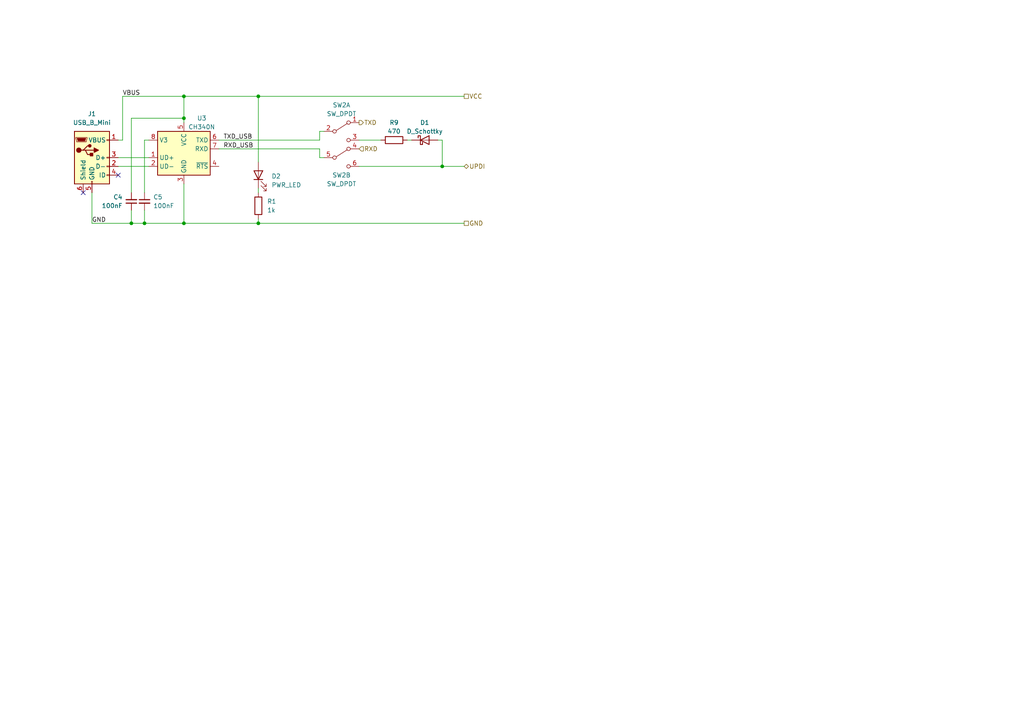
<source format=kicad_sch>
(kicad_sch (version 20211123) (generator eeschema)
  (paper "A4")
  (lib_symbols
    (symbol "Connector:USB_B_Mini" (pin_names (offset 1.016))
      (property "Reference" "J" (at -5.08 11.43 0))
      (property "Value" "USB_B_Mini" (at -5.08 8.89 0))
      (symbol "USB_B_Mini_0_1"
        (rectangle (start -5.08 -7.62) (end 5.08 7.62) (stroke (width 0.254)) (fill (type background)))
        (circle (center -3.81 2.159) (radius 0.635) (stroke (width 0.254)) (fill (type outline)))
        (circle (center -0.635 3.429) (radius 0.381) (stroke (width 0.254)) (fill (type outline)))
        (rectangle (start -0.127 -7.62) (end 0.127 -6.858))
        (polyline (pts (xy -1.905 2.159) (xy 0.635 2.159)) (stroke (width 0.254)))
        (polyline (pts (xy -3.175 2.159) (xy -2.54 2.159) (xy -1.27 3.429) (xy -0.635 3.429)) (stroke (width 0.254)))
        (polyline (pts (xy -2.54 2.159) (xy -1.905 2.159) (xy -1.27 0.889) (xy 0 0.889)) (stroke (width 0.254)))
        (polyline (pts (xy 0.635 2.794) (xy 0.635 1.524) (xy 1.905 2.159) (xy 0.635 2.794)) (stroke (width 0.254)) (fill (type outline)))
        (polyline (pts (xy -4.318 5.588) (xy -1.778 5.588) (xy -2.032 4.826) (xy -4.064 4.826) (xy -4.318 5.588)) (fill (type outline)))
        (polyline (pts (xy -4.699 5.842) (xy -4.699 5.588) (xy -4.445 4.826) (xy -4.445 4.572) (xy -1.651 4.572) (xy -1.651 4.826) (xy -1.397 5.588) (xy -1.397 5.842) (xy -4.699 5.842)))
        (rectangle (start 0.254 1.27) (end -0.508 0.508) (stroke (width 0.254)) (fill (type outline)))
        (rectangle (start 5.08 -5.207) (end 4.318 -4.953))
        (rectangle (start 5.08 -2.667) (end 4.318 -2.413))
        (rectangle (start 5.08 -0.127) (end 4.318 0.127))
        (rectangle (start 5.08 4.953) (end 4.318 5.207))
      )
      (symbol "USB_B_Mini_1_1"
        (pin power_out line (at 7.62 5.08 180) (length 2.54) (name "VBUS") (number "1"))
        (pin bidirectional line (at 7.62 -2.54 180) (length 2.54) (name "D-") (number "2"))
        (pin bidirectional line (at 7.62 0 180) (length 2.54) (name "D+") (number "3"))
        (pin passive line (at 7.62 -5.08 180) (length 2.54) (name "ID") (number "4"))
        (pin power_out line (at 0 -10.16 90) (length 2.54) (name "GND") (number "5"))
        (pin passive line (at -2.54 -10.16 90) (length 2.54) (name "Shield") (number "6"))
      )
    )
    (symbol "Device:C_Small" (pin_numbers hide) (pin_names (offset 0.254) hide)
      (property "Reference" "C" (at 0.254 1.778 0))
      (property "Value" "C_Small" (at 0.254 -2.032 0))
      (symbol "C_Small_0_1"
        (polyline (pts (xy -1.524 -0.508) (xy 1.524 -0.508)) (stroke (width 0.3302)))
        (polyline (pts (xy -1.524 0.508) (xy 1.524 0.508)) (stroke (width 0.3048)))
      )
      (symbol "C_Small_1_1"
        (pin passive line (at 0 2.54 270) (length 2.032) (name "~") (number "1"))
        (pin passive line (at 0 -2.54 90) (length 2.032) (name "~") (number "2"))
      )
    )
    (symbol "Device:D_Schottky" (pin_numbers hide) (pin_names (offset 1.016) hide)
      (property "Reference" "D" (at 0 2.54 0))
      (property "Value" "D_Schottky" (at 0 -2.54 0))
      (symbol "D_Schottky_0_1"
        (polyline (pts (xy 1.27 0) (xy -1.27 0)))
        (polyline (pts (xy 1.27 1.27) (xy 1.27 -1.27) (xy -1.27 0) (xy 1.27 1.27)) (stroke (width 0.254)))
        (polyline (pts (xy -1.905 0.635) (xy -1.905 1.27) (xy -1.27 1.27) (xy -1.27 -1.27) (xy -0.635 -1.27) (xy -0.635 -0.635)) (stroke (width 0.254)))
      )
      (symbol "D_Schottky_1_1"
        (pin passive line (at -3.81 0 0) (length 2.54) (name "K") (number "1"))
        (pin passive line (at 3.81 0 180) (length 2.54) (name "A") (number "2"))
      )
    )
    (symbol "Device:LED" (pin_numbers hide) (pin_names (offset 1.016) hide)
      (property "Reference" "D" (at 0 2.54 0))
      (property "Value" "LED" (at 0 -2.54 0))
      (symbol "LED_0_1"
        (polyline (pts (xy -1.27 -1.27) (xy -1.27 1.27)) (stroke (width 0.254)))
        (polyline (pts (xy -1.27 0) (xy 1.27 0)))
        (polyline (pts (xy 1.27 -1.27) (xy 1.27 1.27) (xy -1.27 0) (xy 1.27 -1.27)) (stroke (width 0.254)))
        (polyline (pts (xy -3.048 -0.762) (xy -4.572 -2.286) (xy -3.81 -2.286) (xy -4.572 -2.286) (xy -4.572 -1.524)))
        (polyline (pts (xy -1.778 -0.762) (xy -3.302 -2.286) (xy -2.54 -2.286) (xy -3.302 -2.286) (xy -3.302 -1.524)))
      )
      (symbol "LED_1_1"
        (pin passive line (at -3.81 0 0) (length 2.54) (name "K") (number "1"))
        (pin passive line (at 3.81 0 180) (length 2.54) (name "A") (number "2"))
      )
    )
    (symbol "Device:R" (pin_numbers hide) (pin_names (offset 0))
      (property "Reference" "R" (at 2.032 0 90))
      (property "Value" "R" (at 0 0 90))
      (symbol "R_0_1"
        (rectangle (start -1.016 -2.54) (end 1.016 2.54) (stroke (width 0.254)))
      )
      (symbol "R_1_1"
        (pin passive line (at 0 3.81 270) (length 1.27) (name "~") (number "1"))
        (pin passive line (at 0 -3.81 90) (length 1.27) (name "~") (number "2"))
      )
    )
    (symbol "Interface_USB:CH330N"
      (property "Reference" "U" (at -7.62 6.35 0))
      (property "Value" "CH330N" (at 7.62 6.35 0))
      (symbol "CH330N_0_1"
        (rectangle (start -7.62 5.08) (end 7.62 -7.62) (stroke (width 0.254)) (fill (type background)))
      )
      (symbol "CH330N_1_1"
        (pin bidirectional line (at -10.16 -2.54 0) (length 2.54) (name "UD+") (number "1"))
        (pin bidirectional line (at -10.16 -5.08 0) (length 2.54) (name "UD-") (number "2"))
        (pin power_in line (at 0 -10.16 90) (length 2.54) (name "GND") (number "3"))
        (pin output line (at 10.16 -5.08 180) (length 2.54) (name "~{RTS}") (number "4"))
        (pin power_in line (at 0 7.62 270) (length 2.54) (name "VCC") (number "5"))
        (pin output line (at 10.16 2.54 180) (length 2.54) (name "TXD") (number "6"))
        (pin input line (at 10.16 0 180) (length 2.54) (name "RXD") (number "7"))
        (pin passive line (at -10.16 2.54 0) (length 2.54) (name "V3") (number "8"))
      )
    )
    (symbol "Switch:SW_DPDT_x2" (pin_names (offset 0) hide)
      (property "Reference" "SW" (at 0 4.318 0))
      (property "Value" "SW_DPDT_x2" (at 0 -5.08 0))
      (symbol "SW_DPDT_x2_0_0"
        (circle (center -2.032 0) (radius 0.508))
        (circle (center 2.032 -2.54) (radius 0.508))
      )
      (symbol "SW_DPDT_x2_0_1"
        (polyline (pts (xy -1.524 0.254) (xy 1.651 2.286)))
        (circle (center 2.032 2.54) (radius 0.508))
      )
      (symbol "SW_DPDT_x2_1_1"
        (pin passive line (at 5.08 2.54 180) (length 2.54) (name "A") (number "1"))
        (pin passive line (at -5.08 0 0) (length 2.54) (name "B") (number "2"))
        (pin passive line (at 5.08 -2.54 180) (length 2.54) (name "C") (number "3"))
      )
      (symbol "SW_DPDT_x2_2_1"
        (pin passive line (at 5.08 2.54 180) (length 2.54) (name "A") (number "4"))
        (pin passive line (at -5.08 0 0) (length 2.54) (name "B") (number "5"))
        (pin passive line (at 5.08 -2.54 180) (length 2.54) (name "C") (number "6"))
      )
    )
  )
  (junction (at 41.91 64.77))
  (junction (at 38.1 64.77))
  (junction (at 53.34 64.77))
  (junction (at 128.27 48.26))
  (junction (at 53.34 34.29))
  (junction (at 74.93 27.94))
  (junction (at 53.34 27.94))
  (junction (at 74.93 64.77))
  (no_connect (at 24.13 55.88))
  (no_connect (at 34.29 50.8))
  (wire (pts (xy 35.56 27.94) (xy 53.34 27.94)))
  (wire (pts (xy 127 40.64) (xy 128.27 40.64)))
  (wire (pts (xy 74.93 27.94) (xy 74.93 46.99)))
  (wire (pts (xy 74.93 27.94) (xy 134.62 27.94)))
  (wire (pts (xy 92.71 43.18) (xy 92.71 45.72)))
  (wire (pts (xy 63.5 43.18) (xy 92.71 43.18)))
  (wire (pts (xy 119.38 40.64) (xy 118.11 40.64)))
  (wire (pts (xy 38.1 34.29) (xy 38.1 55.88)))
  (wire (pts (xy 53.34 53.34) (xy 53.34 64.77)))
  (wire (pts (xy 53.34 27.94) (xy 53.34 34.29)))
  (wire (pts (xy 63.5 40.64) (xy 92.71 40.64)))
  (wire (pts (xy 74.93 64.77) (xy 134.62 64.77)))
  (wire (pts (xy 41.91 64.77) (xy 53.34 64.77)))
  (wire (pts (xy 41.91 60.96) (xy 41.91 64.77)))
  (wire (pts (xy 53.34 27.94) (xy 74.93 27.94)))
  (wire (pts (xy 35.56 27.94) (xy 35.56 40.64)))
  (wire (pts (xy 128.27 48.26) (xy 134.62 48.26)))
  (wire (pts (xy 38.1 34.29) (xy 53.34 34.29)))
  (wire (pts (xy 41.91 40.64) (xy 43.18 40.64)))
  (wire (pts (xy 38.1 64.77) (xy 41.91 64.77)))
  (wire (pts (xy 92.71 45.72) (xy 93.98 45.72)))
  (wire (pts (xy 35.56 40.64) (xy 34.29 40.64)))
  (wire (pts (xy 26.67 64.77) (xy 38.1 64.77)))
  (wire (pts (xy 53.34 34.29) (xy 53.34 35.56)))
  (wire (pts (xy 41.91 55.88) (xy 41.91 40.64)))
  (wire (pts (xy 74.93 54.61) (xy 74.93 55.88)))
  (wire (pts (xy 34.29 48.26) (xy 43.18 48.26)))
  (wire (pts (xy 53.34 64.77) (xy 74.93 64.77)))
  (wire (pts (xy 92.71 40.64) (xy 92.71 38.1)))
  (wire (pts (xy 34.29 45.72) (xy 43.18 45.72)))
  (wire (pts (xy 104.14 48.26) (xy 128.27 48.26)))
  (wire (pts (xy 92.71 38.1) (xy 93.98 38.1)))
  (wire (pts (xy 128.27 40.64) (xy 128.27 48.26)))
  (wire (pts (xy 26.67 64.77) (xy 26.67 55.88)))
  (wire (pts (xy 104.14 40.64) (xy 110.49 40.64)))
  (wire (pts (xy 38.1 60.96) (xy 38.1 64.77)))
  (wire (pts (xy 74.93 63.5) (xy 74.93 64.77)))
  (label "VBUS" (at 35.56 27.94 0))
  (label "RXD_USB" (at 64.77 43.18 0))
  (label "TXD_USB" (at 64.77 40.64 0))
  (label "GND" (at 26.67 64.77 0))
  (hierarchical_label "TXD" (shape output) (at 104.14 35.56 0))
  (hierarchical_label "GND" (shape passive) (at 134.62 64.77 0))
  (hierarchical_label "RXD" (shape input) (at 104.14 43.18 0))
  (hierarchical_label "VCC" (shape passive) (at 134.62 27.94 0))
  (hierarchical_label "UPDI" (shape bidirectional) (at 134.62 48.26 0))
  (symbol (lib_id "Device:R") (at 74.93 59.69 0) (mirror y) (unit 1)
    (property "Reference" "R1" (at 77.47 58.4199 0) (effects (justify right)))
    (property "Value" "1k" (at 77.47 60.9599 0) (effects (justify right)))
    (property "Footprint" "Resistor_SMD:R_0805_2012Metric_Pad1.20x1.40mm_HandSolder" (effects hide))
  )
  (symbol (lib_id "Interface_USB:CH330N") (at 53.34 43.18 0) (unit 1)
    (property "Reference" "U3" (at 57.15 34.29 0) (effects (justify left)))
    (property "Value" "CH340N" (at 54.61 36.83 0) (effects (justify left)))
    (property "Footprint" "Package_SO:SOIC-8_3.9x4.9mm_P1.27mm" (effects hide))
    (property "Datasheet" "http://www.wch.cn/downloads/file/240.html" (effects hide))
  )
  (symbol (lib_id "Device:R") (at 114.3 40.64 90) (unit 1)
    (property "Reference" "R9" (at 114.3 35.56 90))
    (property "Value" "470" (at 114.3 38.1 90))
    (property "Footprint" "Resistor_SMD:R_0805_2012Metric_Pad1.20x1.40mm_HandSolder" (effects hide))
  )
  (symbol (lib_id "Device:C_Small") (at 41.91 58.42 0) (unit 1)
    (property "Reference" "C5" (at 44.45 57.1562 0) (effects (justify left)))
    (property "Value" "100nF" (at 44.45 59.6962 0) (effects (justify left)))
    (property "Footprint" "Capacitor_SMD:C_0805_2012Metric_Pad1.18x1.45mm_HandSolder" (effects hide))
  )
  (symbol (lib_id "Device:LED") (at 74.93 50.8 90) (unit 1)
    (property "Reference" "D2" (at 78.74 51.1174 90) (effects (justify right)))
    (property "Value" "PWR_LED" (at 78.74 53.6574 90) (effects (justify right)))
    (property "Footprint" "LED_SMD:LED_0805_2012Metric_Pad1.15x1.40mm_HandSolder" (effects hide))
  )
  (symbol (lib_id "Connector:USB_B_Mini") (at 26.67 45.72 0) (unit 1)
    (property "Reference" "J1" (at 26.67 33.02 0))
    (property "Value" "USB_B_Mini" (at 26.67 35.56 0))
    (property "Footprint" "XM7D-0512:OMRON_XM7D-0512" (effects hide))
  )
  (symbol (lib_id "Device:D_Schottky") (at 123.19 40.64 0) (unit 1)
    (property "Reference" "D1" (at 123.19 35.56 0))
    (property "Value" "D_Schottky" (at 123.19 38.1 0))
    (property "Footprint" "Diode_SMD:D_SOD-123" (effects hide))
  )
  (symbol (lib_id "Device:C_Small") (at 38.1 58.42 0) (mirror x) (unit 1)
    (property "Reference" "C4" (at 35.56 57.15 0) (effects (justify right)))
    (property "Value" "100nF" (at 35.56 59.6835 0) (effects (justify right)))
    (property "Footprint" "Capacitor_SMD:C_0805_2012Metric_Pad1.18x1.45mm_HandSolder" (effects hide))
  )
  (symbol (lib_id "Switch:SW_DPDT_x2") (at 99.06 38.1 0) (unit 1)
    (property "Reference" "SW2" (at 99.06 30.48 0))
    (property "Value" "SW_DPDT" (at 99.06 33.02 0))
    (property "Footprint" "SF_Switches:SWITCH_DPDT_SMD_AYZ0202" (effects hide))
  )
  (symbol (lib_id "Switch:SW_DPDT_x2") (at 99.06 45.72 0) (unit 2)
    (property "Reference" "SW2" (at 99.06 50.8 0))
    (property "Value" "SW_DPDT" (at 99.06 53.34 0))
  )
)
</source>
